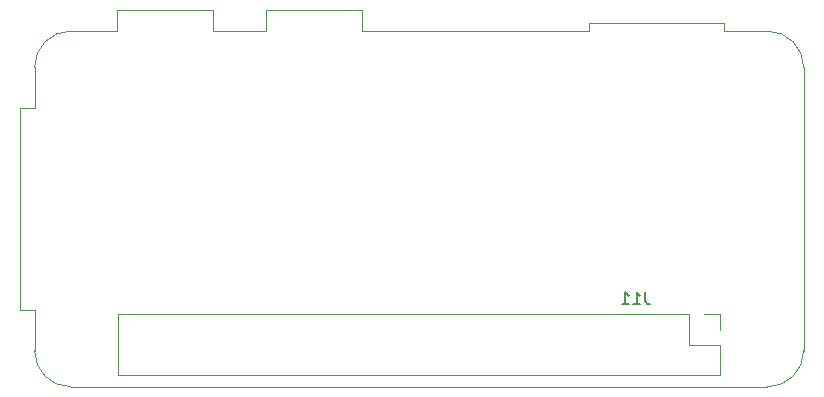
<source format=gbr>
G04 #@! TF.GenerationSoftware,KiCad,Pcbnew,(5.99.0-13060-g64f77b3596)*
G04 #@! TF.CreationDate,2021-11-03T21:45:31-04:00*
G04 #@! TF.ProjectId,PI_W_Controller,50495f57-5f43-46f6-9e74-726f6c6c6572,v1*
G04 #@! TF.SameCoordinates,Original*
G04 #@! TF.FileFunction,Legend,Bot*
G04 #@! TF.FilePolarity,Positive*
%FSLAX46Y46*%
G04 Gerber Fmt 4.6, Leading zero omitted, Abs format (unit mm)*
G04 Created by KiCad (PCBNEW (5.99.0-13060-g64f77b3596)) date 2021-11-03 21:45:31*
%MOMM*%
%LPD*%
G01*
G04 APERTURE LIST*
%ADD10C,0.150000*%
%ADD11C,0.120000*%
G04 APERTURE END LIST*
D10*
X177847523Y-68032380D02*
X177847523Y-68746666D01*
X177895142Y-68889523D01*
X177990380Y-68984761D01*
X178133238Y-69032380D01*
X178228476Y-69032380D01*
X176847523Y-69032380D02*
X177418952Y-69032380D01*
X177133238Y-69032380D02*
X177133238Y-68032380D01*
X177228476Y-68175238D01*
X177323714Y-68270476D01*
X177418952Y-68318095D01*
X175895142Y-69032380D02*
X176466571Y-69032380D01*
X176180857Y-69032380D02*
X176180857Y-68032380D01*
X176276095Y-68175238D01*
X176371333Y-68270476D01*
X176466571Y-68318095D01*
D11*
X126153000Y-72969000D02*
G75*
G03*
X129213000Y-76029000I3059999J-1D01*
G01*
X129213000Y-45909000D02*
G75*
G03*
X126153000Y-48969000I-1J-3059999D01*
G01*
X188213000Y-76029000D02*
G75*
G03*
X191273000Y-72969000I1J3059999D01*
G01*
X191273000Y-48969000D02*
G75*
G03*
X188213000Y-45909000I-3059999J1D01*
G01*
X184173000Y-75069000D02*
X184173000Y-72469000D01*
X133153000Y-45909000D02*
X133153000Y-44109000D01*
X184173000Y-71199000D02*
X184173000Y-69869000D01*
X145753000Y-44109000D02*
X153873000Y-44109000D01*
X191273000Y-72969000D02*
X191273000Y-48969000D01*
X141273000Y-45909000D02*
X145753000Y-45909000D01*
X145753000Y-45909000D02*
X145753000Y-44109000D01*
X129213000Y-76029000D02*
X188213000Y-76029000D01*
X153873000Y-44109000D02*
X153873000Y-45909000D01*
X181573000Y-69869000D02*
X133253000Y-69869000D01*
X126153000Y-52409000D02*
X126153000Y-48969000D01*
X153873000Y-45909000D02*
X173103000Y-45909000D01*
X129213000Y-45909000D02*
X133153000Y-45909000D01*
X184173000Y-75069000D02*
X133253000Y-75069000D01*
X126153000Y-69529000D02*
X124953000Y-69529000D01*
X141273000Y-44109000D02*
X141273000Y-45909000D01*
X184173000Y-72469000D02*
X181573000Y-72469000D01*
X126153000Y-69529000D02*
X126153000Y-72969000D01*
X181573000Y-72469000D02*
X181573000Y-69869000D01*
X133253000Y-75069000D02*
X133253000Y-69869000D01*
X184173000Y-69869000D02*
X182843000Y-69869000D01*
X173103000Y-45909000D02*
X173103000Y-45209000D01*
X173103000Y-45209000D02*
X184523000Y-45209000D01*
X124953000Y-69529000D02*
X124953000Y-52409000D01*
X133153000Y-44109000D02*
X141273000Y-44109000D01*
X184523000Y-45909000D02*
X188213000Y-45909000D01*
X184523000Y-45209000D02*
X184523000Y-45909000D01*
X124953000Y-52409000D02*
X126153000Y-52409000D01*
M02*

</source>
